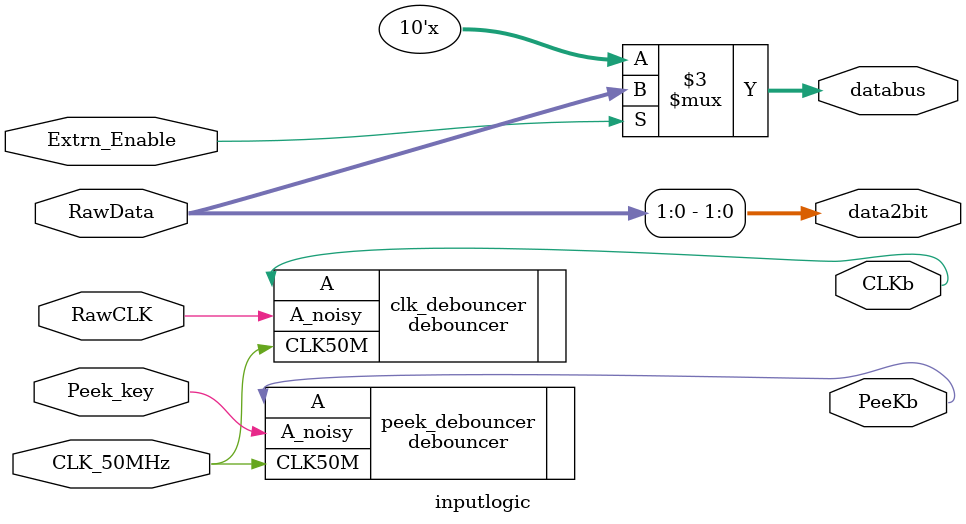
<source format=sv>

module inputlogic (
    input logic [9:0] RawData,      //10 bit raw data from external switches on the DE-10 Lite board
    input logic Peek_key,           //Peek button 
    input logic CLK_50MHz,          //50 MHz clock from DE-10 Lite
    input logic RawCLK,             //Clock button from DE-10 Lite
    input Extrn_Enable,             //This enables the external data to write into the shared data bus

    output logic [9:0] databus,     //write to the shared data bus
    output logic [1:0] data2bit,    //for the peek function and writes to RDA1, and it represents which register to be peeked into
    output logic CLKb,              //debounced clock
    output logic PeeKb              //debounced peek
);

//Debounce the keys________________
debouncer peek_debouncer (
    .A_noisy(Peek_key),
    .CLK50M(CLK_50MHz),
    .A(PeeKb)
);

debouncer clk_debouncer (
    .A_noisy(RawCLK),
    .CLK50M(CLK_50MHz),
    .A(CLKb)
);

assign data2bit = RawData[1:0];     //splice the lowest 2 bits into the data2bit output

//always comp block that assigns the data to the databus when the external data is enabled
//else the databus is set to 10'bz, which is a high impedance state
always_comb begin
    if (Extrn_Enable) begin
        databus = RawData;
    end
    else begin
        databus = 10'bz;
    end
end

endmodule
</source>
